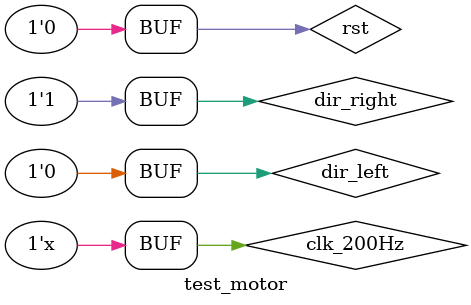
<source format=v>
`timescale 1ms / 1us


module test_motor;
	wire[3:0] motor_left;
	wire[3:0] motor_right;
	reg rst;
	reg clk_200Hz;
	reg dir_left;
	reg dir_right;

	initial begin
		rst = 1;
		clk_200Hz = 0;
		dir_right = 1;
		dir_left = 0;
		#1
		clk_200Hz = 0;
		rst = 0;
	end
	stepmotor u0(
		.speed(clk_200Hz),
		.rst(rst),
		.dir_left(dir_left),
		.dir_right(dir_right),
		.motor_left(motor_left),
		.motor_right(motor_right)
		);
	always#5 clk_200Hz = ~clk_200Hz;
endmodule

</source>
